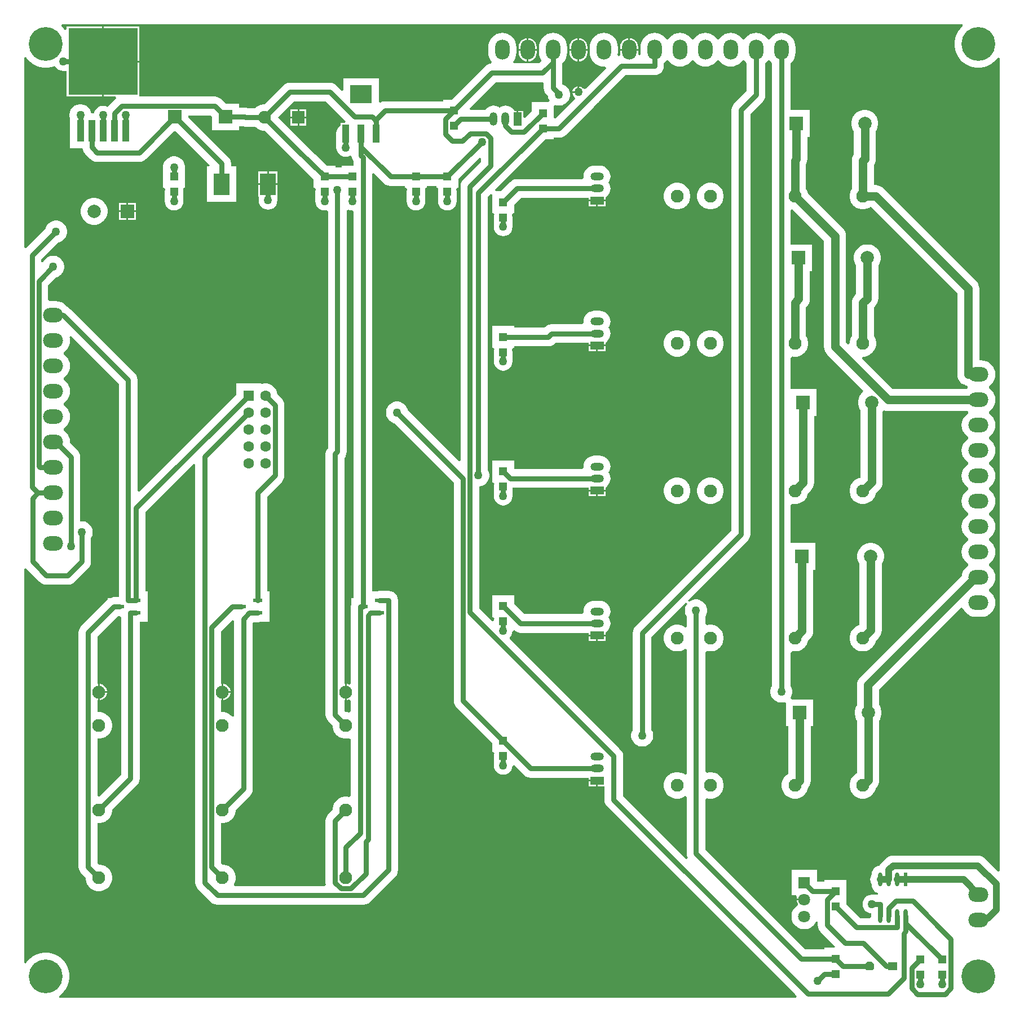
<source format=gtl>
G04*
G04 #@! TF.GenerationSoftware,Altium Limited,Altium Designer,22.3.1 (43)*
G04*
G04 Layer_Physical_Order=1*
G04 Layer_Color=255*
%FSLAX25Y25*%
%MOIN*%
G70*
G04*
G04 #@! TF.SameCoordinates,ABD3340E-3DDB-4FBE-A437-06F7E2321E34*
G04*
G04*
G04 #@! TF.FilePolarity,Positive*
G04*
G01*
G75*
%ADD20R,0.05000X0.05000*%
%ADD21R,0.04134X0.12598*%
%ADD22R,0.41142X0.39370*%
%ADD23O,0.02362X0.08268*%
%ADD24R,0.02362X0.08268*%
%ADD25R,0.12992X0.10630*%
%ADD26R,0.03937X0.10630*%
%ADD27R,0.05512X0.02362*%
%ADD28R,0.07874X0.07874*%
G04:AMPARAMS|DCode=29|XSize=55mil|YSize=50mil|CornerRadius=0mil|HoleSize=0mil|Usage=FLASHONLY|Rotation=180.000|XOffset=0mil|YOffset=0mil|HoleType=Round|Shape=Octagon|*
%AMOCTAGOND29*
4,1,8,-0.02750,0.01250,-0.02750,-0.01250,-0.01500,-0.02500,0.01500,-0.02500,0.02750,-0.01250,0.02750,0.01250,0.01500,0.02500,-0.01500,0.02500,-0.02750,0.01250,0.0*
%
%ADD29OCTAGOND29*%

%ADD30R,0.05500X0.05000*%
%ADD31R,0.09449X0.12992*%
%ADD61C,0.03000*%
%ADD62C,0.05000*%
%ADD63C,0.04000*%
%ADD64R,0.07480X0.07480*%
%ADD65C,0.07480*%
%ADD66O,0.07874X0.04724*%
%ADD67R,0.07874X0.04724*%
%ADD68C,0.07087*%
%ADD69R,0.07087X0.07087*%
%ADD70C,0.07677*%
%ADD71C,0.06299*%
%ADD72R,0.06299X0.06299*%
%ADD73O,0.11811X0.08661*%
%ADD74C,0.20000*%
%ADD75O,0.04724X0.07874*%
%ADD76R,0.04724X0.07874*%
%ADD77O,0.08661X0.11811*%
%ADD78R,0.07874X0.07874*%
%ADD79C,0.07874*%
%ADD80C,0.05000*%
G36*
X432540Y561274D02*
X433581Y560006D01*
X433953Y559701D01*
Y543098D01*
X426677Y535823D01*
X425796Y534674D01*
X425241Y533336D01*
X425052Y531900D01*
Y283298D01*
X368277Y226523D01*
X367396Y225374D01*
X366841Y224036D01*
X366652Y222600D01*
Y165398D01*
X366440Y165079D01*
X365950Y163896D01*
X365700Y162641D01*
Y161360D01*
X365950Y160104D01*
X366440Y158922D01*
X367151Y157857D01*
X368056Y156951D01*
X369121Y156240D01*
X370304Y155750D01*
X371560Y155500D01*
X372840D01*
X374096Y155750D01*
X375279Y156240D01*
X376343Y156951D01*
X377249Y157857D01*
X377960Y158922D01*
X378450Y160104D01*
X378700Y161360D01*
Y162641D01*
X378450Y163896D01*
X377960Y165079D01*
X377747Y165398D01*
Y220303D01*
X398070Y240625D01*
X398846Y239987D01*
X398240Y239079D01*
X397750Y237896D01*
X397500Y236641D01*
Y235360D01*
X397750Y234104D01*
X398240Y232922D01*
X398452Y232603D01*
Y226417D01*
X397452Y225953D01*
X396528Y226571D01*
X395101Y227162D01*
X393587Y227463D01*
X392043D01*
X390528Y227162D01*
X389102Y226571D01*
X387818Y225713D01*
X386726Y224622D01*
X385868Y223338D01*
X385277Y221911D01*
X384976Y220397D01*
Y218853D01*
X385277Y217338D01*
X385868Y215912D01*
X386726Y214628D01*
X387818Y213536D01*
X389102Y212678D01*
X390528Y212087D01*
X392043Y211786D01*
X393587D01*
X395101Y212087D01*
X396528Y212678D01*
X397452Y213296D01*
X398452Y212832D01*
Y139292D01*
X397452Y138828D01*
X396528Y139446D01*
X395101Y140037D01*
X393587Y140338D01*
X392043D01*
X390528Y140037D01*
X389102Y139446D01*
X387818Y138588D01*
X386726Y137497D01*
X385868Y136213D01*
X385277Y134786D01*
X384976Y133272D01*
Y131728D01*
X385277Y130213D01*
X385868Y128787D01*
X386726Y127503D01*
X387818Y126411D01*
X389102Y125553D01*
X390528Y124962D01*
X392043Y124661D01*
X393587D01*
X395101Y124962D01*
X396528Y125553D01*
X397452Y126171D01*
X398452Y125707D01*
Y92289D01*
X398641Y90854D01*
X399196Y89516D01*
X398389Y88957D01*
X360947Y126398D01*
Y149800D01*
X360758Y151236D01*
X360204Y152574D01*
X359322Y153723D01*
X359322Y153723D01*
X293894Y219152D01*
X293954Y220077D01*
X294836Y221226D01*
X295390Y222564D01*
X295543Y223729D01*
X295941Y224020D01*
X296083Y224080D01*
X296579Y224158D01*
X297508Y223446D01*
X298846Y222891D01*
X300282Y222703D01*
X300282Y222703D01*
X340563D01*
Y221663D01*
X345500D01*
X350437D01*
Y222833D01*
X350626Y222934D01*
X351595Y223729D01*
X352390Y224698D01*
X352981Y225803D01*
X353344Y227003D01*
X353467Y228250D01*
X353344Y229497D01*
X352981Y230697D01*
X352395Y231793D01*
X352981Y232890D01*
X353344Y234089D01*
X353467Y235337D01*
X353344Y236584D01*
X352981Y237783D01*
X352390Y238888D01*
X351595Y239857D01*
X350626Y240652D01*
X349521Y241243D01*
X348322Y241607D01*
X347074Y241730D01*
X343925D01*
X342678Y241607D01*
X341478Y241243D01*
X340373Y240652D01*
X339404Y239857D01*
X338609Y238888D01*
X338018Y237783D01*
X337655Y236584D01*
X337532Y235337D01*
X337585Y234797D01*
X336763Y233797D01*
X302579D01*
X296532Y239845D01*
Y245000D01*
X283532D01*
Y232000D01*
X284214D01*
X284770Y231169D01*
X284673Y230936D01*
X284540Y229920D01*
X283521Y229524D01*
X275847Y237198D01*
Y309300D01*
X275940D01*
X277196Y309550D01*
X278379Y310040D01*
X279443Y310752D01*
X280349Y311657D01*
X281060Y312721D01*
X281550Y313904D01*
X281800Y315160D01*
Y316441D01*
X281550Y317696D01*
X281060Y318879D01*
X280847Y319198D01*
Y480502D01*
X282608Y482262D01*
X283532Y481880D01*
Y470875D01*
X284214D01*
X284770Y470044D01*
X284673Y469811D01*
X284484Y468375D01*
Y462875D01*
X284673Y461439D01*
X285227Y460101D01*
X286109Y458952D01*
X287258Y458071D01*
X288596Y457516D01*
X290032Y457328D01*
X291467Y457516D01*
X292805Y458071D01*
X293954Y458952D01*
X294836Y460101D01*
X295390Y461439D01*
X295579Y462875D01*
Y468375D01*
X295390Y469811D01*
X295294Y470044D01*
X295849Y470875D01*
X296532D01*
Y476030D01*
X300454Y479952D01*
X340563D01*
Y478913D01*
X345500D01*
X350437D01*
Y480083D01*
X350626Y480184D01*
X351595Y480979D01*
X352390Y481948D01*
X352981Y483053D01*
X353344Y484253D01*
X353467Y485500D01*
X353344Y486747D01*
X352981Y487947D01*
X352395Y489043D01*
X352981Y490140D01*
X353344Y491339D01*
X353467Y492587D01*
X353344Y493834D01*
X352981Y495033D01*
X352390Y496138D01*
X351595Y497107D01*
X350626Y497902D01*
X349521Y498493D01*
X348322Y498857D01*
X347074Y498980D01*
X343925D01*
X342678Y498857D01*
X341478Y498493D01*
X340373Y497902D01*
X339404Y497107D01*
X338609Y496138D01*
X338018Y495033D01*
X337655Y493834D01*
X337532Y492587D01*
X337585Y492047D01*
X336763Y491047D01*
X298157D01*
X298157Y491047D01*
X296721Y490858D01*
X295383Y490304D01*
X294234Y489423D01*
X294234Y489423D01*
X288686Y483875D01*
X285527D01*
X285144Y484799D01*
X314845Y514500D01*
X320000D01*
Y515452D01*
X323000D01*
X324436Y515641D01*
X325774Y516196D01*
X326923Y517077D01*
X343423Y533577D01*
X343423Y533577D01*
X343657Y533883D01*
X346117Y536343D01*
X346423Y536577D01*
X362298Y552453D01*
X379500D01*
X380936Y552642D01*
X382274Y553196D01*
X383423Y554078D01*
X384304Y555227D01*
X384858Y556565D01*
X385047Y558000D01*
Y559701D01*
X385419Y560006D01*
X386460Y561274D01*
X386500Y561349D01*
X387500D01*
X387540Y561274D01*
X388581Y560006D01*
X389849Y558965D01*
X391297Y558191D01*
X392867Y557715D01*
X394500Y557554D01*
X396133Y557715D01*
X397703Y558191D01*
X399151Y558965D01*
X400419Y560006D01*
X401460Y561274D01*
X401500Y561349D01*
X402500D01*
X402540Y561274D01*
X403581Y560006D01*
X404849Y558965D01*
X406296Y558191D01*
X407867Y557715D01*
X409500Y557554D01*
X411133Y557715D01*
X412703Y558191D01*
X414151Y558965D01*
X415419Y560006D01*
X416460Y561274D01*
X416500Y561349D01*
X417500D01*
X417540Y561274D01*
X418581Y560006D01*
X419849Y558965D01*
X421297Y558191D01*
X422867Y557715D01*
X424500Y557554D01*
X426133Y557715D01*
X427703Y558191D01*
X429151Y558965D01*
X430419Y560006D01*
X431460Y561274D01*
X431500Y561349D01*
X432500D01*
X432540Y561274D01*
D02*
G37*
G36*
X313952Y547869D02*
Y545041D01*
X314142Y543605D01*
X314696Y542268D01*
X315577Y541119D01*
X316541Y540155D01*
X316750Y539104D01*
X317240Y537921D01*
X317521Y537500D01*
X316987Y536500D01*
X307000D01*
Y531345D01*
X302786Y527131D01*
X301862Y527514D01*
Y531437D01*
X299000D01*
Y526500D01*
X298000D01*
Y531437D01*
X296830D01*
X296729Y531627D01*
X295934Y532595D01*
X294965Y533390D01*
X293860Y533981D01*
X292661Y534345D01*
X291413Y534468D01*
X290166Y534345D01*
X288967Y533981D01*
X287870Y533395D01*
X286773Y533981D01*
X285574Y534345D01*
X284327Y534468D01*
X283080Y534345D01*
X281880Y533981D01*
X280775Y533390D01*
X279806Y532595D01*
X279357Y532047D01*
X270699D01*
X270317Y532971D01*
X285698Y548353D01*
X313400D01*
X313952Y547869D01*
D02*
G37*
G36*
X197001Y525254D02*
X196618Y524331D01*
X193976D01*
Y522670D01*
X193022Y521938D01*
X192141Y520789D01*
X191586Y519451D01*
X191397Y518016D01*
Y509701D01*
X191586Y508265D01*
X192141Y506927D01*
X193022Y505778D01*
X194171Y504896D01*
X195509Y504342D01*
X196945Y504153D01*
X198381Y504342D01*
X199467Y504792D01*
X200228Y504502D01*
X200536Y504263D01*
X200642Y503464D01*
X201196Y502126D01*
X201552Y501662D01*
Y499000D01*
X194500D01*
Y498047D01*
X191000D01*
Y499000D01*
X185767D01*
X171692Y512653D01*
X156845Y527500D01*
X166298Y536953D01*
X185302D01*
X197001Y525254D01*
D02*
G37*
G36*
X277052Y503401D02*
Y501298D01*
X266377Y490623D01*
X265496Y489474D01*
X264941Y488136D01*
X264752Y486700D01*
Y324700D01*
X263828Y324317D01*
X233625Y354520D01*
X233550Y354896D01*
X233060Y356079D01*
X232349Y357143D01*
X231444Y358049D01*
X230379Y358760D01*
X229196Y359250D01*
X227940Y359500D01*
X226660D01*
X225404Y359250D01*
X224221Y358760D01*
X223157Y358049D01*
X222251Y357143D01*
X221540Y356079D01*
X221050Y354896D01*
X220800Y353640D01*
Y352360D01*
X221050Y351104D01*
X221540Y349921D01*
X222251Y348856D01*
X223157Y347951D01*
X224221Y347240D01*
X225404Y346750D01*
X225780Y346675D01*
X260752Y311702D01*
Y182607D01*
X260941Y181171D01*
X261496Y179833D01*
X262377Y178684D01*
X283532Y157530D01*
Y152375D01*
X284214D01*
X284770Y151543D01*
X284673Y151311D01*
X284484Y149875D01*
Y144375D01*
X284673Y142939D01*
X285227Y141601D01*
X286109Y140452D01*
X287258Y139571D01*
X288596Y139016D01*
X290032Y138828D01*
X291467Y139016D01*
X292805Y139571D01*
X293954Y140452D01*
X294836Y141601D01*
X295390Y142939D01*
X295543Y144104D01*
X296480Y144581D01*
X302484Y138577D01*
X302484Y138577D01*
X303633Y137696D01*
X304971Y137142D01*
X306407Y136952D01*
X306407Y136952D01*
X340563D01*
Y135913D01*
X345500D01*
Y135413D01*
X346000D01*
Y132051D01*
X349852D01*
Y124100D01*
X350041Y122665D01*
X350596Y121327D01*
X351477Y120178D01*
X463731Y7924D01*
X463348Y7000D01*
X27745D01*
X27420Y8000D01*
X28805Y9006D01*
X30364Y10565D01*
X31659Y12347D01*
X32659Y14311D01*
X33340Y16407D01*
X33685Y18583D01*
Y20787D01*
X33340Y22963D01*
X32659Y25059D01*
X31659Y27023D01*
X30364Y28805D01*
X28805Y30364D01*
X27023Y31659D01*
X25059Y32659D01*
X22963Y33340D01*
X20787Y33685D01*
X18583D01*
X16407Y33340D01*
X14311Y32659D01*
X12347Y31659D01*
X10565Y30364D01*
X9006Y28805D01*
X8000Y27420D01*
X7000Y27745D01*
Y260680D01*
X7007Y260682D01*
X8000Y260855D01*
X16077Y252778D01*
X17226Y251896D01*
X18564Y251342D01*
X20000Y251153D01*
X32700D01*
X34136Y251342D01*
X35473Y251896D01*
X36622Y252778D01*
X44793Y260949D01*
X44793Y260949D01*
X45675Y262098D01*
X46229Y263436D01*
X46418Y264871D01*
X46418Y264871D01*
Y278803D01*
X46631Y279121D01*
X47121Y280304D01*
X47371Y281560D01*
Y282841D01*
X47121Y284096D01*
X46631Y285279D01*
X45920Y286344D01*
X45014Y287249D01*
X43950Y287961D01*
X42767Y288451D01*
X41511Y288700D01*
X40231D01*
X40047Y288851D01*
Y326575D01*
X39858Y328011D01*
X39304Y329348D01*
X38423Y330497D01*
X38423Y330497D01*
X33899Y335021D01*
X33946Y335500D01*
X33785Y337133D01*
X33309Y338703D01*
X32535Y340151D01*
X31494Y341419D01*
X30226Y342460D01*
X30151Y342500D01*
Y343500D01*
X30226Y343540D01*
X31494Y344581D01*
X32535Y345849D01*
X33309Y347297D01*
X33785Y348867D01*
X33946Y350500D01*
X33785Y352133D01*
X33309Y353703D01*
X32535Y355151D01*
X31494Y356419D01*
X30226Y357460D01*
X30151Y357500D01*
Y358500D01*
X30226Y358540D01*
X31494Y359581D01*
X32535Y360849D01*
X33309Y362297D01*
X33785Y363867D01*
X33946Y365500D01*
X33785Y367133D01*
X33309Y368703D01*
X32535Y370151D01*
X31494Y371419D01*
X30226Y372460D01*
X30151Y372500D01*
Y373500D01*
X30226Y373540D01*
X31494Y374581D01*
X32535Y375849D01*
X33309Y377296D01*
X33785Y378867D01*
X33946Y380500D01*
X33785Y382133D01*
X33309Y383703D01*
X32535Y385151D01*
X31494Y386419D01*
X30226Y387460D01*
X30151Y387500D01*
Y388500D01*
X30226Y388540D01*
X31494Y389581D01*
X32535Y390849D01*
X33309Y392297D01*
X33785Y393867D01*
X33946Y395500D01*
X33785Y397133D01*
X33645Y397596D01*
X34529Y398126D01*
X62753Y369901D01*
Y243808D01*
X60000D01*
X60000Y243808D01*
X58564Y243619D01*
X58136Y243441D01*
X56347D01*
Y242390D01*
X56077Y242183D01*
X40677Y226783D01*
X39796Y225634D01*
X39241Y224296D01*
X39052Y222860D01*
Y84243D01*
X39241Y82807D01*
X39796Y81469D01*
X40677Y80321D01*
X43161Y77836D01*
Y77071D01*
X43463Y75556D01*
X44054Y74130D01*
X44911Y72846D01*
X46003Y71754D01*
X47287Y70897D01*
X48714Y70306D01*
X50228Y70004D01*
X51772D01*
X53286Y70306D01*
X54713Y70897D01*
X55997Y71754D01*
X57089Y72846D01*
X57946Y74130D01*
X58537Y75556D01*
X58839Y77071D01*
Y78615D01*
X58537Y80129D01*
X57946Y81556D01*
X57089Y82840D01*
X55997Y83932D01*
X54713Y84789D01*
X53286Y85380D01*
X51772Y85682D01*
X51007D01*
X50147Y86541D01*
Y110096D01*
X50228Y110162D01*
X51772D01*
X53286Y110463D01*
X54713Y111054D01*
X55997Y111912D01*
X57089Y113004D01*
X57946Y114287D01*
X58537Y115714D01*
X58839Y117228D01*
Y117994D01*
X73622Y132778D01*
X74504Y133926D01*
X75058Y135264D01*
X75247Y136700D01*
Y229339D01*
X79756D01*
Y236819D01*
Y247181D01*
X78548D01*
Y294202D01*
X107128Y322783D01*
X108052Y322400D01*
Y75000D01*
X108241Y73565D01*
X108796Y72227D01*
X109677Y71078D01*
X117173Y63582D01*
X117173Y63582D01*
X118322Y62700D01*
X119660Y62146D01*
X121096Y61957D01*
X207339D01*
X208774Y62146D01*
X210112Y62700D01*
X211261Y63582D01*
X226222Y78543D01*
X227104Y79692D01*
X227658Y81030D01*
X227847Y82466D01*
Y242000D01*
X227658Y243436D01*
X227104Y244774D01*
X226222Y245922D01*
X225074Y246804D01*
X223736Y247358D01*
X222300Y247547D01*
X217000D01*
X215564Y247358D01*
X215136Y247181D01*
X212647D01*
Y494201D01*
X213571Y494584D01*
X219578Y488577D01*
X219578Y488577D01*
X220727Y487696D01*
X222065Y487142D01*
X223500Y486952D01*
X232000D01*
Y486000D01*
X232682D01*
X233238Y485169D01*
X233142Y484936D01*
X232952Y483500D01*
Y478000D01*
X233142Y476564D01*
X233696Y475226D01*
X234577Y474077D01*
X235726Y473196D01*
X237064Y472642D01*
X238500Y472452D01*
X239936Y472642D01*
X241274Y473196D01*
X242423Y474077D01*
X243304Y475226D01*
X243858Y476564D01*
X244047Y478000D01*
Y483500D01*
X243858Y484936D01*
X243762Y485169D01*
X244318Y486000D01*
X245000D01*
Y486952D01*
X250500D01*
Y486000D01*
X251182D01*
X251738Y485169D01*
X251642Y484936D01*
X251452Y483500D01*
Y478000D01*
X251642Y476564D01*
X252196Y475226D01*
X253077Y474077D01*
X254226Y473196D01*
X255564Y472642D01*
X257000Y472452D01*
X258436Y472642D01*
X259774Y473196D01*
X260923Y474077D01*
X261804Y475226D01*
X262358Y476564D01*
X262547Y478000D01*
Y483500D01*
X262358Y484936D01*
X262262Y485169D01*
X262818Y486000D01*
X263500D01*
Y491155D01*
X276129Y503783D01*
X277052Y503401D01*
D02*
G37*
G36*
X561685Y581754D02*
X561701Y581500D01*
X560188Y579987D01*
X558892Y578204D01*
X557892Y576240D01*
X557211Y574145D01*
X556866Y571968D01*
Y569764D01*
X557211Y567588D01*
X557892Y565492D01*
X558892Y563529D01*
X560188Y561746D01*
X561746Y560188D01*
X563529Y558892D01*
X565492Y557892D01*
X567588Y557211D01*
X569764Y556866D01*
X571968D01*
X574145Y557211D01*
X576240Y557892D01*
X578204Y558892D01*
X579987Y560188D01*
X581545Y561746D01*
X582500Y563061D01*
X583500Y562736D01*
Y82033D01*
X582576Y81650D01*
X574963Y89264D01*
X574049Y90013D01*
X573007Y90571D01*
X571876Y90914D01*
X570700Y91030D01*
X520500D01*
X520500Y91030D01*
X519324Y90914D01*
X518193Y90571D01*
X517151Y90013D01*
X516237Y89264D01*
X513737Y86764D01*
X512987Y85850D01*
X512500Y84940D01*
X511648Y84827D01*
X510387Y84305D01*
X509305Y83475D01*
X508474Y82392D01*
X507952Y81132D01*
X507774Y79779D01*
Y79778D01*
X507430Y79134D01*
X507087Y78003D01*
X506971Y76827D01*
X507087Y75651D01*
X507430Y74520D01*
X507774Y73875D01*
Y73874D01*
X507952Y72522D01*
X508474Y71261D01*
X509305Y70179D01*
X510387Y69348D01*
X511647Y68826D01*
X511483Y67855D01*
X508000D01*
X506564Y67666D01*
X505226Y67111D01*
X504077Y66230D01*
X503196Y65081D01*
X502642Y63743D01*
X502453Y62307D01*
X502642Y60871D01*
X503196Y59533D01*
X504077Y58385D01*
X505226Y57503D01*
X506564Y56949D01*
X507452Y56832D01*
Y55173D01*
X507502Y54800D01*
X506842Y54048D01*
X501297D01*
X493000Y62345D01*
Y63500D01*
Y76500D01*
X480000D01*
Y75547D01*
X475543D01*
Y82543D01*
X460457D01*
Y67457D01*
X463141D01*
X463687Y66457D01*
X463457Y65598D01*
Y65500D01*
X468000D01*
Y64500D01*
X463457D01*
Y64402D01*
X463766Y63246D01*
X464117Y62639D01*
X464296Y62088D01*
X463857Y61304D01*
X463191Y60859D01*
X462141Y59808D01*
X461315Y58573D01*
X460747Y57200D01*
X460457Y55743D01*
Y54257D01*
X460747Y52800D01*
X461315Y51427D01*
X462141Y50191D01*
X463191Y49141D01*
X464427Y48315D01*
X465800Y47747D01*
X467257Y47457D01*
X468743D01*
X470200Y47747D01*
X471573Y48315D01*
X472809Y49141D01*
X473859Y50191D01*
X474685Y51427D01*
X474952Y52073D01*
X475952Y51874D01*
Y50000D01*
X476141Y48565D01*
X476696Y47227D01*
X477577Y46078D01*
X486231Y37424D01*
X485848Y36500D01*
X480000D01*
Y35547D01*
X468587D01*
X409547Y94587D01*
Y124296D01*
X410547Y124896D01*
X411728Y124661D01*
X413272D01*
X414786Y124962D01*
X416213Y125553D01*
X417496Y126411D01*
X418588Y127503D01*
X419446Y128787D01*
X420037Y130213D01*
X420338Y131728D01*
Y133272D01*
X420037Y134786D01*
X419446Y136213D01*
X418588Y137497D01*
X417496Y138588D01*
X416213Y139446D01*
X414786Y140037D01*
X413272Y140338D01*
X411728D01*
X410547Y140104D01*
X409547Y140703D01*
Y211421D01*
X410547Y212021D01*
X411728Y211786D01*
X413272D01*
X414786Y212087D01*
X416213Y212678D01*
X417496Y213536D01*
X418588Y214628D01*
X419446Y215912D01*
X420037Y217338D01*
X420338Y218853D01*
Y220397D01*
X420037Y221911D01*
X419446Y223338D01*
X418588Y224622D01*
X417496Y225713D01*
X416213Y226571D01*
X414786Y227162D01*
X413272Y227463D01*
X411728D01*
X410547Y227229D01*
X409547Y227828D01*
Y232603D01*
X409760Y232922D01*
X410250Y234104D01*
X410500Y235360D01*
Y236641D01*
X410250Y237896D01*
X409760Y239079D01*
X409049Y240144D01*
X408143Y241049D01*
X407079Y241761D01*
X405896Y242251D01*
X404640Y242500D01*
X403360D01*
X402104Y242251D01*
X400921Y241761D01*
X400013Y241154D01*
X399375Y241931D01*
X434522Y277078D01*
X435404Y278227D01*
X435958Y279565D01*
X436147Y281000D01*
Y529602D01*
X443423Y536878D01*
X443423Y536878D01*
X444304Y538027D01*
X444858Y539365D01*
X445048Y540801D01*
Y559701D01*
X445419Y560006D01*
X446460Y561274D01*
X446500Y561349D01*
X447500D01*
X447540Y561274D01*
X448581Y560006D01*
X448952Y559701D01*
Y191398D01*
X448740Y191079D01*
X448250Y189897D01*
X448000Y188641D01*
Y187360D01*
X448250Y186105D01*
X448740Y184922D01*
X449451Y183857D01*
X450356Y182952D01*
X451421Y182240D01*
X452604Y181750D01*
X453860Y181501D01*
X455140D01*
X456287Y181729D01*
X456652Y181644D01*
X457287Y181220D01*
Y167563D01*
X458693D01*
Y139384D01*
X457503Y138588D01*
X456411Y137497D01*
X455553Y136213D01*
X454962Y134786D01*
X454661Y133272D01*
Y131728D01*
X454962Y130213D01*
X455553Y128787D01*
X456411Y127503D01*
X457503Y126411D01*
X458787Y125553D01*
X460213Y124962D01*
X461728Y124661D01*
X463272D01*
X464786Y124962D01*
X466213Y125553D01*
X467496Y126411D01*
X468588Y127503D01*
X469446Y128787D01*
X470037Y130213D01*
X470202Y131044D01*
X470655Y131596D01*
X471259Y132725D01*
X471630Y133950D01*
X471756Y135225D01*
Y167563D01*
X473161D01*
Y183437D01*
X460471D01*
X459936Y184437D01*
X460260Y184922D01*
X460750Y186105D01*
X461000Y187360D01*
Y188641D01*
X460750Y189897D01*
X460260Y191079D01*
X460047Y191398D01*
Y211101D01*
X461048Y211922D01*
X461728Y211786D01*
X463272D01*
X464786Y212087D01*
X466213Y212678D01*
X467496Y213536D01*
X468588Y214628D01*
X469446Y215912D01*
X470037Y217338D01*
X470183Y218071D01*
X471343Y219231D01*
X472155Y220221D01*
X472759Y221350D01*
X473130Y222575D01*
X473256Y223850D01*
Y260063D01*
X474661D01*
Y275937D01*
X460047D01*
Y298226D01*
X461048Y299047D01*
X461728Y298911D01*
X463272D01*
X464786Y299213D01*
X466213Y299803D01*
X467496Y300661D01*
X468588Y301753D01*
X469446Y303037D01*
X470037Y304464D01*
X470183Y305196D01*
X471843Y306856D01*
X472655Y307846D01*
X473259Y308975D01*
X473630Y310201D01*
X473756Y311475D01*
Y351063D01*
X475161D01*
Y366937D01*
X460047D01*
Y385351D01*
X461048Y386172D01*
X461728Y386036D01*
X463272D01*
X464786Y386338D01*
X466213Y386929D01*
X467496Y387786D01*
X468588Y388878D01*
X469446Y390162D01*
X470037Y391588D01*
X470338Y393103D01*
Y394647D01*
X470037Y396161D01*
X469446Y397588D01*
X469031Y398209D01*
Y415295D01*
X469343Y415607D01*
X470155Y416597D01*
X470759Y417726D01*
X471130Y418951D01*
X471256Y420225D01*
Y436563D01*
X472661D01*
Y452437D01*
X460047D01*
Y472476D01*
X460799Y473179D01*
X461048Y473215D01*
X479668Y454594D01*
Y391800D01*
X479794Y390526D01*
X480165Y389301D01*
X480769Y388172D01*
X481581Y387182D01*
X502795Y365968D01*
X502716Y365165D01*
X501611Y364059D01*
X500742Y362759D01*
X500144Y361315D01*
X499839Y359782D01*
Y358218D01*
X500144Y356685D01*
X500742Y355240D01*
X501244Y354489D01*
Y314574D01*
X501103Y314433D01*
X500371Y314287D01*
X498944Y313696D01*
X497660Y312839D01*
X496568Y311747D01*
X495711Y310463D01*
X495120Y309036D01*
X494818Y307522D01*
Y305978D01*
X495120Y304464D01*
X495711Y303037D01*
X496568Y301753D01*
X497660Y300661D01*
X498944Y299803D01*
X500371Y299213D01*
X501885Y298911D01*
X503429D01*
X504943Y299213D01*
X506370Y299803D01*
X507654Y300661D01*
X508746Y301753D01*
X509603Y303037D01*
X510194Y304464D01*
X510340Y305196D01*
X512394Y307250D01*
X513206Y308240D01*
X513810Y309369D01*
X514182Y310594D01*
X514307Y311869D01*
Y353703D01*
X514549Y353969D01*
X515307Y354373D01*
X516226Y354094D01*
X517500Y353969D01*
X564252D01*
X564775Y353540D01*
X564849Y353500D01*
Y352500D01*
X564775Y352460D01*
X563506Y351419D01*
X562465Y350151D01*
X561691Y348703D01*
X561215Y347133D01*
X561054Y345500D01*
X561215Y343867D01*
X561691Y342297D01*
X562465Y340849D01*
X563506Y339581D01*
X564775Y338540D01*
X564849Y338500D01*
Y337500D01*
X564775Y337460D01*
X563506Y336419D01*
X562465Y335151D01*
X561691Y333703D01*
X561215Y332133D01*
X561054Y330500D01*
X561215Y328867D01*
X561691Y327296D01*
X562465Y325849D01*
X563506Y324581D01*
X564775Y323540D01*
X564849Y323500D01*
Y322500D01*
X564775Y322460D01*
X563506Y321419D01*
X562465Y320151D01*
X561691Y318703D01*
X561215Y317133D01*
X561054Y315500D01*
X561215Y313867D01*
X561691Y312297D01*
X562465Y310849D01*
X563506Y309581D01*
X564775Y308540D01*
X564849Y308500D01*
Y307500D01*
X564775Y307460D01*
X563506Y306419D01*
X562465Y305151D01*
X561691Y303703D01*
X561215Y302133D01*
X561054Y300500D01*
X561215Y298867D01*
X561691Y297297D01*
X562465Y295849D01*
X563506Y294581D01*
X564775Y293540D01*
X564849Y293500D01*
Y292500D01*
X564775Y292460D01*
X563506Y291419D01*
X562465Y290151D01*
X561691Y288703D01*
X561215Y287133D01*
X561054Y285500D01*
X561215Y283867D01*
X561691Y282296D01*
X562465Y280849D01*
X563506Y279581D01*
X564775Y278540D01*
X564849Y278500D01*
Y277500D01*
X564775Y277460D01*
X563506Y276419D01*
X562465Y275151D01*
X561691Y273703D01*
X561215Y272133D01*
X561054Y270500D01*
X561215Y268867D01*
X561691Y267297D01*
X562465Y265849D01*
X563506Y264581D01*
X564775Y263540D01*
X564849Y263500D01*
Y262500D01*
X564775Y262460D01*
X563506Y261419D01*
X562465Y260151D01*
X561691Y258703D01*
X561215Y257133D01*
X561152Y256489D01*
X501081Y196418D01*
X500269Y195429D01*
X499665Y194299D01*
X499294Y193074D01*
X499168Y191800D01*
Y179898D01*
X498742Y179260D01*
X498144Y177815D01*
X497839Y176282D01*
Y174718D01*
X498144Y173185D01*
X498742Y171740D01*
X499244Y170989D01*
Y139570D01*
X498944Y139446D01*
X497660Y138588D01*
X496569Y137497D01*
X495711Y136213D01*
X495120Y134786D01*
X494819Y133272D01*
Y131728D01*
X495120Y130213D01*
X495711Y128787D01*
X496569Y127503D01*
X497660Y126411D01*
X498944Y125553D01*
X500371Y124962D01*
X501885Y124661D01*
X503429D01*
X504944Y124962D01*
X506370Y125553D01*
X507654Y126411D01*
X508746Y127503D01*
X509604Y128787D01*
X510194Y130213D01*
X510340Y130946D01*
X510394Y131000D01*
X511206Y131990D01*
X511810Y133119D01*
X512182Y134344D01*
X512307Y135618D01*
Y170989D01*
X512809Y171740D01*
X513408Y173185D01*
X513713Y174718D01*
Y176282D01*
X513408Y177815D01*
X512809Y179260D01*
X512231Y180125D01*
Y189095D01*
X560711Y237574D01*
X561202Y237451D01*
X561746Y237195D01*
X562465Y235849D01*
X563506Y234581D01*
X564775Y233540D01*
X566222Y232766D01*
X567792Y232290D01*
X569425Y232129D01*
X572575D01*
X574208Y232290D01*
X575778Y232766D01*
X577225Y233540D01*
X578494Y234581D01*
X579535Y235849D01*
X580309Y237297D01*
X580785Y238867D01*
X580946Y240500D01*
X580785Y242133D01*
X580309Y243703D01*
X579535Y245151D01*
X578494Y246419D01*
X577225Y247460D01*
X577151Y247500D01*
Y248500D01*
X577225Y248540D01*
X578494Y249581D01*
X579535Y250849D01*
X580309Y252296D01*
X580785Y253867D01*
X580946Y255500D01*
X580785Y257133D01*
X580309Y258703D01*
X579535Y260151D01*
X578494Y261419D01*
X577225Y262460D01*
X577151Y262500D01*
Y263500D01*
X577225Y263540D01*
X578494Y264581D01*
X579535Y265849D01*
X580309Y267297D01*
X580785Y268867D01*
X580946Y270500D01*
X580785Y272133D01*
X580309Y273703D01*
X579535Y275151D01*
X578494Y276419D01*
X577225Y277460D01*
X577151Y277500D01*
Y278500D01*
X577225Y278540D01*
X578494Y279581D01*
X579535Y280849D01*
X580309Y282296D01*
X580785Y283867D01*
X580946Y285500D01*
X580785Y287133D01*
X580309Y288703D01*
X579535Y290151D01*
X578494Y291419D01*
X577225Y292460D01*
X577151Y292500D01*
Y293500D01*
X577225Y293540D01*
X578494Y294581D01*
X579535Y295849D01*
X580309Y297297D01*
X580785Y298867D01*
X580946Y300500D01*
X580785Y302133D01*
X580309Y303703D01*
X579535Y305151D01*
X578494Y306419D01*
X577225Y307460D01*
X577151Y307500D01*
Y308500D01*
X577225Y308540D01*
X578494Y309581D01*
X579535Y310849D01*
X580309Y312297D01*
X580785Y313867D01*
X580946Y315500D01*
X580785Y317133D01*
X580309Y318703D01*
X579535Y320151D01*
X578494Y321419D01*
X577225Y322460D01*
X577151Y322500D01*
Y323500D01*
X577225Y323540D01*
X578494Y324581D01*
X579535Y325849D01*
X580309Y327296D01*
X580785Y328867D01*
X580946Y330500D01*
X580785Y332133D01*
X580309Y333703D01*
X579535Y335151D01*
X578494Y336419D01*
X577225Y337460D01*
X577151Y337500D01*
Y338500D01*
X577225Y338540D01*
X578494Y339581D01*
X579535Y340849D01*
X580309Y342297D01*
X580785Y343867D01*
X580946Y345500D01*
X580785Y347133D01*
X580309Y348703D01*
X579535Y350151D01*
X578494Y351419D01*
X577225Y352460D01*
X577151Y352500D01*
Y353500D01*
X577225Y353540D01*
X578494Y354581D01*
X579535Y355849D01*
X580309Y357296D01*
X580785Y358867D01*
X580946Y360500D01*
X580785Y362133D01*
X580309Y363703D01*
X579535Y365151D01*
X578494Y366419D01*
X577225Y367460D01*
X577151Y367500D01*
Y368500D01*
X577225Y368540D01*
X578494Y369581D01*
X579535Y370849D01*
X580309Y372297D01*
X580785Y373867D01*
X580946Y375500D01*
X580785Y377133D01*
X580309Y378703D01*
X579535Y380151D01*
X578494Y381419D01*
X577225Y382460D01*
X575778Y383234D01*
X574208Y383710D01*
X572575Y383871D01*
X571531D01*
Y426200D01*
X571406Y427475D01*
X571034Y428700D01*
X570431Y429829D01*
X569618Y430819D01*
X514819Y485618D01*
X513829Y486431D01*
X512700Y487034D01*
X511474Y487406D01*
X510200Y487531D01*
X509188D01*
Y499368D01*
X509206Y499390D01*
X509810Y500520D01*
X510182Y501745D01*
X510307Y503019D01*
Y519489D01*
X510809Y520240D01*
X511408Y521685D01*
X511713Y523218D01*
Y524782D01*
X511408Y526315D01*
X510809Y527760D01*
X509941Y529060D01*
X508835Y530165D01*
X507535Y531034D01*
X506091Y531632D01*
X504557Y531937D01*
X502994D01*
X501461Y531632D01*
X500016Y531034D01*
X498716Y530165D01*
X497611Y529060D01*
X496742Y527760D01*
X496144Y526315D01*
X495839Y524782D01*
Y523218D01*
X496144Y521685D01*
X496742Y520240D01*
X497244Y519489D01*
Y505551D01*
X497226Y505529D01*
X496623Y504400D01*
X496251Y503175D01*
X496126Y501900D01*
Y485334D01*
X495711Y484713D01*
X495120Y483286D01*
X494818Y481772D01*
Y480228D01*
X495120Y478714D01*
X495711Y477287D01*
X496568Y476003D01*
X497660Y474911D01*
X498944Y474053D01*
X500371Y473463D01*
X501885Y473161D01*
X503429D01*
X504943Y473463D01*
X506370Y474053D01*
X506991Y474469D01*
X507495D01*
X558468Y423495D01*
Y375500D01*
X558594Y374226D01*
X558965Y373001D01*
X559569Y371871D01*
X560381Y370882D01*
X561371Y370069D01*
X562500Y369466D01*
X563726Y369094D01*
X564150Y369052D01*
X564605Y368679D01*
X564657Y367690D01*
X564643Y367592D01*
X564043Y367031D01*
X520206D01*
X502201Y385036D01*
X502615Y386036D01*
X503429D01*
X504943Y386338D01*
X506370Y386929D01*
X507654Y387786D01*
X508746Y388878D01*
X509603Y390162D01*
X510194Y391588D01*
X510496Y393103D01*
Y394647D01*
X510194Y396161D01*
X509603Y397588D01*
X509188Y398209D01*
Y415095D01*
X509894Y415801D01*
X510706Y416790D01*
X511310Y417919D01*
X511682Y419145D01*
X511807Y420419D01*
Y439989D01*
X512309Y440740D01*
X512908Y442185D01*
X513213Y443718D01*
Y445282D01*
X512908Y446815D01*
X512309Y448260D01*
X511441Y449559D01*
X510335Y450665D01*
X509035Y451534D01*
X507591Y452132D01*
X506057Y452437D01*
X504494D01*
X502960Y452132D01*
X501516Y451534D01*
X500216Y450665D01*
X499111Y449559D01*
X498242Y448260D01*
X497644Y446815D01*
X497339Y445282D01*
Y443718D01*
X497644Y442185D01*
X498242Y440740D01*
X498744Y439989D01*
Y423124D01*
X498039Y422419D01*
X497226Y421429D01*
X496623Y420300D01*
X496251Y419075D01*
X496126Y417800D01*
Y398209D01*
X495711Y397588D01*
X495120Y396161D01*
X494818Y394647D01*
Y393833D01*
X493818Y393419D01*
X492731Y394506D01*
Y457300D01*
X492606Y458574D01*
X492234Y459799D01*
X491631Y460928D01*
X490818Y461918D01*
X470183Y482554D01*
X470037Y483286D01*
X469446Y484713D01*
X469031Y485334D01*
Y499900D01*
X469259Y500326D01*
X469630Y501551D01*
X469756Y502825D01*
Y516063D01*
X471161D01*
Y531937D01*
X460047D01*
Y559701D01*
X460419Y560006D01*
X461460Y561274D01*
X462234Y562722D01*
X462710Y564292D01*
X462871Y565925D01*
Y569075D01*
X462710Y570708D01*
X462234Y572278D01*
X461460Y573726D01*
X460419Y574994D01*
X459151Y576035D01*
X457703Y576809D01*
X456133Y577285D01*
X454500Y577446D01*
X452867Y577285D01*
X451297Y576809D01*
X449849Y576035D01*
X448581Y574994D01*
X447540Y573726D01*
X447500Y573651D01*
X446500D01*
X446460Y573726D01*
X445419Y574994D01*
X444151Y576035D01*
X442703Y576809D01*
X441133Y577285D01*
X439500Y577446D01*
X437867Y577285D01*
X436297Y576809D01*
X434849Y576035D01*
X433581Y574994D01*
X432540Y573726D01*
X432500Y573651D01*
X431500D01*
X431460Y573726D01*
X430419Y574994D01*
X429151Y576035D01*
X427703Y576809D01*
X426133Y577285D01*
X424500Y577446D01*
X422867Y577285D01*
X421297Y576809D01*
X419849Y576035D01*
X418581Y574994D01*
X417540Y573726D01*
X417500Y573651D01*
X416500D01*
X416460Y573726D01*
X415419Y574994D01*
X414151Y576035D01*
X412703Y576809D01*
X411133Y577285D01*
X409500Y577446D01*
X407867Y577285D01*
X406296Y576809D01*
X404849Y576035D01*
X403581Y574994D01*
X402540Y573726D01*
X402500Y573651D01*
X401500D01*
X401460Y573726D01*
X400419Y574994D01*
X399151Y576035D01*
X397703Y576809D01*
X396133Y577285D01*
X394500Y577446D01*
X392867Y577285D01*
X391297Y576809D01*
X389849Y576035D01*
X388581Y574994D01*
X387540Y573726D01*
X387500Y573651D01*
X386500D01*
X386460Y573726D01*
X385419Y574994D01*
X384151Y576035D01*
X382703Y576809D01*
X381133Y577285D01*
X379500Y577446D01*
X377867Y577285D01*
X376296Y576809D01*
X374849Y576035D01*
X373581Y574994D01*
X372540Y573726D01*
X371766Y572278D01*
X371290Y570708D01*
X371129Y569075D01*
Y565925D01*
X371217Y565035D01*
X370494Y564174D01*
X370459Y564190D01*
X369765Y565077D01*
X369877Y565925D01*
Y567000D01*
X359123D01*
Y565925D01*
X359307Y564534D01*
X358685Y563694D01*
X358568Y563673D01*
X358145Y563978D01*
X357730Y564494D01*
X357871Y565925D01*
Y569075D01*
X357710Y570708D01*
X357234Y572278D01*
X356460Y573726D01*
X355419Y574994D01*
X354151Y576035D01*
X352703Y576809D01*
X351133Y577285D01*
X349500Y577446D01*
X347867Y577285D01*
X346297Y576809D01*
X344849Y576035D01*
X343581Y574994D01*
X342540Y573726D01*
X341766Y572278D01*
X341290Y570708D01*
X341129Y569075D01*
Y565925D01*
X341290Y564292D01*
X341766Y562722D01*
X342540Y561274D01*
X343581Y560006D01*
X344849Y558965D01*
X346297Y558191D01*
X347867Y557715D01*
X349500Y557554D01*
X350381Y557641D01*
X350836Y556681D01*
X338812Y544657D01*
X338562Y544465D01*
X338481Y544427D01*
X337307Y544638D01*
X337301Y544649D01*
X336649Y545301D01*
X335851Y545761D01*
X335000Y545990D01*
Y542500D01*
X334500D01*
Y542000D01*
X331011D01*
X331239Y541149D01*
X331699Y540351D01*
X332351Y539699D01*
X332407Y539667D01*
X332572Y538417D01*
X321000Y526845D01*
X320000Y527259D01*
Y534307D01*
X320831Y534863D01*
X321104Y534750D01*
X322360Y534500D01*
X323640D01*
X324896Y534750D01*
X326079Y535240D01*
X327144Y535951D01*
X328049Y536857D01*
X328760Y537921D01*
X329250Y539104D01*
X329500Y540360D01*
Y541640D01*
X329250Y542896D01*
X328760Y544079D01*
X328049Y545144D01*
X327144Y546049D01*
X326079Y546760D01*
X325306Y547080D01*
X325047Y547339D01*
Y559701D01*
X325419Y560006D01*
X326460Y561274D01*
X327234Y562722D01*
X327710Y564292D01*
X327871Y565925D01*
Y569075D01*
X327710Y570708D01*
X327234Y572278D01*
X326460Y573726D01*
X325419Y574994D01*
X324151Y576035D01*
X322703Y576809D01*
X321133Y577285D01*
X319500Y577446D01*
X317867Y577285D01*
X316297Y576809D01*
X314849Y576035D01*
X313581Y574994D01*
X312540Y573726D01*
X311766Y572278D01*
X311290Y570708D01*
X311129Y569075D01*
Y565925D01*
X311290Y564292D01*
X311766Y562722D01*
X312540Y561274D01*
X312715Y561061D01*
X311102Y559448D01*
X296255D01*
X295782Y560448D01*
X296460Y561274D01*
X297234Y562722D01*
X297710Y564292D01*
X297871Y565925D01*
Y569075D01*
X297710Y570708D01*
X297234Y572278D01*
X296460Y573726D01*
X295419Y574994D01*
X294151Y576035D01*
X292703Y576809D01*
X291133Y577285D01*
X289500Y577446D01*
X287867Y577285D01*
X286297Y576809D01*
X284849Y576035D01*
X283581Y574994D01*
X282540Y573726D01*
X281766Y572278D01*
X281290Y570708D01*
X281129Y569075D01*
Y565925D01*
X281290Y564292D01*
X281766Y562722D01*
X282540Y561274D01*
X283229Y560434D01*
X282810Y559370D01*
X281965Y559259D01*
X280627Y558705D01*
X279478Y557823D01*
X279478Y557823D01*
X259655Y538000D01*
X254500D01*
Y537047D01*
X220155D01*
X218719Y536858D01*
X217496Y536352D01*
X216621Y536679D01*
X216496Y536741D01*
Y550559D01*
X195504D01*
Y543748D01*
X194580Y543365D01*
X191522Y546423D01*
X190374Y547305D01*
X189036Y547859D01*
X187600Y548048D01*
X164000D01*
X164000Y548048D01*
X162565Y547859D01*
X161227Y547305D01*
X160078Y546423D01*
X148895Y535240D01*
X148238D01*
X146742Y534943D01*
X145334Y534359D01*
X144066Y533512D01*
X143601Y533047D01*
X139005D01*
X138736Y533159D01*
X137300Y533348D01*
X133937D01*
Y535738D01*
X125908D01*
X123423Y538223D01*
X122274Y539105D01*
X120936Y539659D01*
X119500Y539848D01*
X75071D01*
Y560000D01*
X54000D01*
Y539815D01*
X61002D01*
X61342Y538815D01*
X60570Y538223D01*
X56270Y533923D01*
X56085Y533682D01*
X54936Y534158D01*
X53500Y534347D01*
X52064Y534158D01*
X50726Y533603D01*
X49577Y532722D01*
X48696Y531573D01*
X48142Y530235D01*
X48084Y529799D01*
X46543D01*
X46364Y530695D01*
X45874Y531878D01*
X45163Y532943D01*
X44258Y533848D01*
X43193Y534559D01*
X42010Y535049D01*
X40754Y535299D01*
X39474D01*
X38218Y535049D01*
X37035Y534559D01*
X35971Y533848D01*
X35065Y532943D01*
X34354Y531878D01*
X33864Y530695D01*
X33614Y529439D01*
Y528159D01*
X33864Y526903D01*
X34047Y526461D01*
Y509201D01*
X41351D01*
X41449Y508457D01*
X42003Y507119D01*
X42884Y505970D01*
X46077Y502778D01*
X47226Y501896D01*
X48564Y501342D01*
X50000Y501153D01*
X74900D01*
X76336Y501342D01*
X77674Y501896D01*
X78822Y502778D01*
X95331Y519286D01*
X96669D01*
X116551Y499404D01*
X116168Y498480D01*
X114913D01*
Y477488D01*
X132362D01*
Y498480D01*
X129185D01*
Y500163D01*
X128996Y501599D01*
X128442Y502937D01*
X127560Y504085D01*
X103937Y527709D01*
Y528753D01*
X117202D01*
X118063Y527892D01*
Y519864D01*
X133937D01*
Y522253D01*
X135895D01*
X136165Y522142D01*
X137600Y521952D01*
X143601D01*
X144066Y521488D01*
X145334Y520641D01*
X146742Y520057D01*
X148238Y519760D01*
X148895D01*
X163876Y504778D01*
X163910Y504752D01*
X163936Y504719D01*
X178000Y491077D01*
Y486000D01*
X178682D01*
X179238Y485169D01*
X179142Y484936D01*
X178953Y483500D01*
Y478000D01*
X179142Y476564D01*
X179696Y475226D01*
X180577Y474077D01*
X181726Y473196D01*
X183064Y472642D01*
X184500Y472452D01*
X185452Y472578D01*
X186452Y471873D01*
Y332109D01*
X185796Y331253D01*
X185241Y329915D01*
X185052Y328480D01*
Y174401D01*
X185241Y172965D01*
X185796Y171627D01*
X186677Y170478D01*
X189161Y167994D01*
Y167228D01*
X189463Y165714D01*
X190053Y164287D01*
X190911Y163004D01*
X192003Y161912D01*
X193287Y161054D01*
X194714Y160463D01*
X196228Y160162D01*
X197772D01*
X199052Y160416D01*
X200052Y159864D01*
Y126137D01*
X199052Y125584D01*
X197772Y125839D01*
X196228D01*
X194714Y125538D01*
X193287Y124947D01*
X192003Y124089D01*
X190911Y122997D01*
X190053Y121713D01*
X189463Y120287D01*
X189161Y118772D01*
Y118007D01*
X186677Y115523D01*
X185796Y114374D01*
X185241Y113036D01*
X185052Y111600D01*
Y75000D01*
X185177Y74052D01*
X184471Y73052D01*
X131287D01*
X130815Y73934D01*
X130947Y74130D01*
X131537Y75556D01*
X131839Y77071D01*
Y78615D01*
X131537Y80129D01*
X130947Y81556D01*
X130089Y82840D01*
X128997Y83932D01*
X127713Y84789D01*
X126286Y85380D01*
X124772Y85682D01*
X124007D01*
X123147Y86541D01*
Y110096D01*
X123228Y110162D01*
X124772D01*
X126286Y110463D01*
X127713Y111054D01*
X128997Y111912D01*
X130089Y113004D01*
X130947Y114287D01*
X131537Y115714D01*
X131839Y117228D01*
Y117994D01*
X140422Y126577D01*
X140422Y126577D01*
X141304Y127726D01*
X141858Y129064D01*
X142047Y130500D01*
X142047Y130500D01*
Y228722D01*
X142298Y228972D01*
X145000D01*
X146436Y229161D01*
X146864Y229339D01*
X151756D01*
Y236819D01*
Y247181D01*
X150547D01*
Y303402D01*
X159122Y311978D01*
X160004Y313127D01*
X160558Y314465D01*
X160747Y315900D01*
X160747Y315900D01*
Y357300D01*
X160558Y358736D01*
X160004Y360074D01*
X159122Y361223D01*
X159122Y361223D01*
X156650Y363696D01*
Y363704D01*
X156375Y365085D01*
X155836Y366387D01*
X155053Y367558D01*
X154058Y368553D01*
X152887Y369336D01*
X151585Y369875D01*
X150204Y370150D01*
X148796D01*
X147650Y369922D01*
X146650Y370150D01*
Y370150D01*
X132350D01*
Y363696D01*
X74772Y306117D01*
X73848Y306500D01*
Y372199D01*
X73848Y372199D01*
X73659Y373635D01*
X73105Y374973D01*
X72223Y376122D01*
X33922Y414423D01*
X32774Y415304D01*
X32221Y415533D01*
X31494Y416419D01*
X30226Y417460D01*
X28778Y418234D01*
X27208Y418710D01*
X25575Y418871D01*
X22425D01*
X21788Y418808D01*
X21047Y419480D01*
Y428403D01*
X25520Y432875D01*
X25896Y432950D01*
X27079Y433440D01*
X28143Y434152D01*
X29049Y435057D01*
X29760Y436122D01*
X30250Y437304D01*
X30500Y438560D01*
Y439841D01*
X30250Y441096D01*
X29760Y442279D01*
X29049Y443344D01*
X28143Y444249D01*
X27079Y444961D01*
X25896Y445451D01*
X24640Y445700D01*
X23360D01*
X22104Y445451D01*
X20921Y444961D01*
X19856Y444249D01*
X18951Y443344D01*
X18240Y442279D01*
X18047Y441815D01*
X17047Y442014D01*
Y443503D01*
X27220Y453676D01*
X27596Y453750D01*
X28779Y454240D01*
X29843Y454951D01*
X30749Y455857D01*
X31460Y456921D01*
X31950Y458104D01*
X32200Y459360D01*
Y460641D01*
X31950Y461896D01*
X31460Y463079D01*
X30749Y464144D01*
X29843Y465049D01*
X28779Y465761D01*
X27596Y466251D01*
X26340Y466500D01*
X25060D01*
X23804Y466251D01*
X22621Y465761D01*
X21556Y465049D01*
X20651Y464144D01*
X19940Y463079D01*
X19450Y461896D01*
X19375Y461521D01*
X8000Y450146D01*
X7000Y450560D01*
Y562806D01*
X8000Y563131D01*
X9006Y561746D01*
X10565Y560188D01*
X12347Y558892D01*
X14311Y557892D01*
X16407Y557211D01*
X18583Y556866D01*
X20787D01*
X22963Y557211D01*
X25056Y557891D01*
X25125Y557726D01*
X26006Y556577D01*
X27155Y555696D01*
X28493Y555141D01*
X29929Y554952D01*
X31929D01*
Y539815D01*
X53000D01*
Y560500D01*
Y581185D01*
X31929D01*
Y579533D01*
X30929Y579208D01*
X30364Y579987D01*
X28850Y581500D01*
X28866Y581754D01*
X29109Y582500D01*
X561443D01*
X561685Y581754D01*
D02*
G37*
G36*
X199564Y472642D02*
X201000Y472452D01*
X201552Y471968D01*
Y243441D01*
X200347D01*
Y239951D01*
X200241Y239696D01*
X200052Y238260D01*
Y192665D01*
X199052Y192088D01*
X198868Y192194D01*
X197637Y192524D01*
X197500D01*
Y187685D01*
Y182847D01*
X197637D01*
X198868Y183177D01*
X199052Y183283D01*
X200052Y182706D01*
Y176137D01*
X199052Y175584D01*
X197772Y175839D01*
X197007D01*
X196147Y176698D01*
Y182681D01*
X196363Y182847D01*
X196500D01*
Y187685D01*
Y192524D01*
X196363D01*
X196147Y192690D01*
Y326250D01*
X196804Y327106D01*
X197358Y328444D01*
X197547Y329880D01*
X197547Y329880D01*
Y472568D01*
X198547Y473063D01*
X199564Y472642D01*
D02*
G37*
G36*
X130952Y229953D02*
Y173504D01*
X130500Y173239D01*
X129952Y173134D01*
X128997Y174089D01*
X127713Y174947D01*
X126286Y175538D01*
X124772Y175839D01*
X123228D01*
X123147Y175905D01*
Y182681D01*
X123363Y182847D01*
X123500D01*
Y187685D01*
Y192524D01*
X123363D01*
X123147Y192690D01*
Y223562D01*
X129952Y230367D01*
X130952Y229953D01*
D02*
G37*
G36*
X64152Y232092D02*
Y138998D01*
X51147Y125993D01*
X50147Y126211D01*
Y160096D01*
X50228Y160162D01*
X51772D01*
X53286Y160463D01*
X54713Y161054D01*
X55997Y161912D01*
X57089Y163004D01*
X57946Y164287D01*
X58537Y165714D01*
X58839Y167228D01*
Y168772D01*
X58537Y170287D01*
X57946Y171713D01*
X57089Y172997D01*
X55997Y174089D01*
X54713Y174947D01*
X53286Y175538D01*
X51772Y175839D01*
X50228D01*
X50147Y175905D01*
Y182681D01*
X50363Y182847D01*
X50500D01*
Y187685D01*
Y192524D01*
X50363D01*
X50147Y192690D01*
Y220562D01*
X62298Y232713D01*
X63103D01*
X63401Y232752D01*
X64152Y232092D01*
D02*
G37*
%LPC*%
G36*
X350437Y477913D02*
X346000D01*
Y475051D01*
X350437D01*
Y477913D01*
D02*
G37*
G36*
X345000D02*
X340563D01*
Y475051D01*
X345000D01*
Y477913D01*
D02*
G37*
G36*
X413272Y488839D02*
X411728D01*
X410213Y488537D01*
X408787Y487946D01*
X407503Y487089D01*
X406411Y485997D01*
X405553Y484713D01*
X404962Y483286D01*
X404661Y481772D01*
Y480228D01*
X404962Y478714D01*
X405553Y477287D01*
X406411Y476003D01*
X407503Y474911D01*
X408787Y474053D01*
X410213Y473463D01*
X411728Y473161D01*
X413272D01*
X414786Y473463D01*
X416213Y474053D01*
X417496Y474911D01*
X418588Y476003D01*
X419446Y477287D01*
X420037Y478714D01*
X420338Y480228D01*
Y481772D01*
X420037Y483286D01*
X419446Y484713D01*
X418588Y485997D01*
X417496Y487089D01*
X416213Y487946D01*
X414786Y488537D01*
X413272Y488839D01*
D02*
G37*
G36*
X393587D02*
X392043D01*
X390528Y488537D01*
X389102Y487946D01*
X387818Y487089D01*
X386726Y485997D01*
X385868Y484713D01*
X385277Y483286D01*
X384976Y481772D01*
Y480228D01*
X385277Y478714D01*
X385868Y477287D01*
X386726Y476003D01*
X387818Y474911D01*
X389102Y474053D01*
X390528Y473463D01*
X392043Y473161D01*
X393587D01*
X395101Y473463D01*
X396528Y474053D01*
X397811Y474911D01*
X398903Y476003D01*
X399761Y477287D01*
X400352Y478714D01*
X400653Y480228D01*
Y481772D01*
X400352Y483286D01*
X399761Y484713D01*
X398903Y485997D01*
X397811Y487089D01*
X396528Y487946D01*
X395101Y488537D01*
X393587Y488839D01*
D02*
G37*
G36*
X347074Y413230D02*
X343925D01*
X342678Y413107D01*
X341478Y412743D01*
X340373Y412152D01*
X339404Y411357D01*
X338609Y410388D01*
X338018Y409283D01*
X337655Y408084D01*
X337532Y406837D01*
X337585Y406297D01*
X336763Y405297D01*
X318700D01*
X318700Y405297D01*
X317264Y405108D01*
X315926Y404554D01*
X314777Y403673D01*
X314777Y403673D01*
X314402Y403297D01*
X296532D01*
Y404250D01*
X283532D01*
Y391250D01*
X284214D01*
X284770Y390419D01*
X284673Y390186D01*
X284484Y388750D01*
Y383250D01*
X284673Y381814D01*
X285227Y380476D01*
X286109Y379327D01*
X287258Y378446D01*
X288596Y377891D01*
X290032Y377702D01*
X291467Y377891D01*
X292805Y378446D01*
X293954Y379327D01*
X294836Y380476D01*
X295390Y381814D01*
X295579Y383250D01*
Y388750D01*
X295390Y390186D01*
X295294Y390419D01*
X295849Y391250D01*
X296532D01*
Y392202D01*
X316700D01*
X318136Y392391D01*
X319474Y392946D01*
X320622Y393827D01*
X320998Y394202D01*
X340563D01*
Y393163D01*
X345500D01*
X350437D01*
Y394333D01*
X350626Y394434D01*
X351595Y395229D01*
X352390Y396198D01*
X352981Y397304D01*
X353344Y398503D01*
X353467Y399750D01*
X353344Y400997D01*
X352981Y402197D01*
X352395Y403293D01*
X352981Y404390D01*
X353344Y405589D01*
X353467Y406837D01*
X353344Y408084D01*
X352981Y409283D01*
X352390Y410388D01*
X351595Y411357D01*
X350626Y412152D01*
X349521Y412743D01*
X348322Y413107D01*
X347074Y413230D01*
D02*
G37*
G36*
X350437Y392163D02*
X346000D01*
Y389301D01*
X350437D01*
Y392163D01*
D02*
G37*
G36*
X345000D02*
X340563D01*
Y389301D01*
X345000D01*
Y392163D01*
D02*
G37*
G36*
X413272Y401714D02*
X411728D01*
X410213Y401412D01*
X408787Y400821D01*
X407503Y399964D01*
X406411Y398872D01*
X405553Y397588D01*
X404962Y396161D01*
X404661Y394647D01*
Y393103D01*
X404962Y391588D01*
X405553Y390162D01*
X406411Y388878D01*
X407503Y387786D01*
X408787Y386929D01*
X410213Y386338D01*
X411728Y386036D01*
X413272D01*
X414786Y386338D01*
X416213Y386929D01*
X417496Y387786D01*
X418588Y388878D01*
X419446Y390162D01*
X420037Y391588D01*
X420338Y393103D01*
Y394647D01*
X420037Y396161D01*
X419446Y397588D01*
X418588Y398872D01*
X417496Y399964D01*
X416213Y400821D01*
X414786Y401412D01*
X413272Y401714D01*
D02*
G37*
G36*
X393587D02*
X392043D01*
X390528Y401412D01*
X389102Y400821D01*
X387818Y399964D01*
X386726Y398872D01*
X385868Y397588D01*
X385277Y396161D01*
X384976Y394647D01*
Y393103D01*
X385277Y391588D01*
X385868Y390162D01*
X386726Y388878D01*
X387818Y387786D01*
X389102Y386929D01*
X390528Y386338D01*
X392043Y386036D01*
X393587D01*
X395101Y386338D01*
X396528Y386929D01*
X397811Y387786D01*
X398903Y388878D01*
X399761Y390162D01*
X400352Y391588D01*
X400653Y393103D01*
Y394647D01*
X400352Y396161D01*
X399761Y397588D01*
X398903Y398872D01*
X397811Y399964D01*
X396528Y400821D01*
X395101Y401412D01*
X393587Y401714D01*
D02*
G37*
G36*
X347074Y327480D02*
X343925D01*
X342678Y327357D01*
X341478Y326993D01*
X340373Y326402D01*
X339404Y325607D01*
X338609Y324638D01*
X338018Y323533D01*
X337655Y322334D01*
X337532Y321087D01*
X337585Y320547D01*
X336763Y319547D01*
X296532D01*
Y324625D01*
X283532D01*
Y311625D01*
X284214D01*
X284770Y310793D01*
X284673Y310561D01*
X284484Y309125D01*
Y303625D01*
X284673Y302189D01*
X285227Y300851D01*
X286109Y299702D01*
X287258Y298821D01*
X288596Y298267D01*
X290032Y298078D01*
X291467Y298267D01*
X292805Y298821D01*
X293954Y299702D01*
X294836Y300851D01*
X295390Y302189D01*
X295579Y303625D01*
Y308453D01*
X340563D01*
Y307413D01*
X345500D01*
Y306913D01*
D01*
Y307413D01*
X350437D01*
Y308583D01*
X350626Y308684D01*
X351595Y309479D01*
X352390Y310448D01*
X352981Y311554D01*
X353344Y312753D01*
X353467Y314000D01*
X353344Y315247D01*
X352981Y316446D01*
X352395Y317543D01*
X352981Y318640D01*
X353344Y319839D01*
X353467Y321087D01*
X353344Y322334D01*
X352981Y323533D01*
X352390Y324638D01*
X351595Y325607D01*
X350626Y326402D01*
X349521Y326993D01*
X348322Y327357D01*
X347074Y327480D01*
D02*
G37*
G36*
X350437Y306413D02*
X346000D01*
Y303551D01*
X350437D01*
Y306413D01*
D02*
G37*
G36*
X345000D02*
X340563D01*
Y303551D01*
X345000D01*
Y306413D01*
D02*
G37*
G36*
X413272Y314588D02*
X411728D01*
X410213Y314287D01*
X408787Y313696D01*
X407503Y312839D01*
X406411Y311747D01*
X405553Y310463D01*
X404962Y309036D01*
X404661Y307522D01*
Y305978D01*
X404962Y304464D01*
X405553Y303037D01*
X406411Y301753D01*
X407503Y300661D01*
X408787Y299803D01*
X410213Y299213D01*
X411728Y298911D01*
X413272D01*
X414786Y299213D01*
X416213Y299803D01*
X417496Y300661D01*
X418588Y301753D01*
X419446Y303037D01*
X420037Y304464D01*
X420338Y305978D01*
Y307522D01*
X420037Y309036D01*
X419446Y310463D01*
X418588Y311747D01*
X417496Y312839D01*
X416213Y313696D01*
X414786Y314287D01*
X413272Y314588D01*
D02*
G37*
G36*
X393587D02*
X392043D01*
X390528Y314287D01*
X389102Y313696D01*
X387818Y312839D01*
X386726Y311747D01*
X385868Y310463D01*
X385277Y309036D01*
X384976Y307522D01*
Y305978D01*
X385277Y304464D01*
X385868Y303037D01*
X386726Y301753D01*
X387818Y300661D01*
X389102Y299803D01*
X390528Y299213D01*
X392043Y298911D01*
X393587D01*
X395101Y299213D01*
X396528Y299803D01*
X397811Y300661D01*
X398903Y301753D01*
X399761Y303037D01*
X400352Y304464D01*
X400653Y305978D01*
Y307522D01*
X400352Y309036D01*
X399761Y310463D01*
X398903Y311747D01*
X397811Y312839D01*
X396528Y313696D01*
X395101Y314287D01*
X393587Y314588D01*
D02*
G37*
G36*
X350437Y220663D02*
X346000D01*
Y217801D01*
X350437D01*
Y220663D01*
D02*
G37*
G36*
X345000D02*
X340563D01*
Y217801D01*
X345000D01*
Y220663D01*
D02*
G37*
G36*
X173740Y532240D02*
X169500D01*
Y528000D01*
X173740D01*
Y532240D01*
D02*
G37*
G36*
X168500D02*
X164260D01*
Y528000D01*
X168500D01*
Y532240D01*
D02*
G37*
G36*
X173740Y527000D02*
X169500D01*
Y522760D01*
X173740D01*
Y527000D01*
D02*
G37*
G36*
X168500D02*
X164260D01*
Y522760D01*
X168500D01*
Y527000D01*
D02*
G37*
G36*
X345000Y134913D02*
X340563D01*
Y132051D01*
X345000D01*
Y134913D01*
D02*
G37*
G36*
X365000Y574386D02*
Y568000D01*
X369877D01*
Y569075D01*
X369693Y570466D01*
X369156Y571763D01*
X368302Y572877D01*
X367188Y573731D01*
X365892Y574268D01*
X365000Y574386D01*
D02*
G37*
G36*
X364000D02*
X363108Y574268D01*
X361812Y573731D01*
X360698Y572877D01*
X359844Y571763D01*
X359307Y570466D01*
X359123Y569075D01*
Y568000D01*
X364000D01*
Y574386D01*
D02*
G37*
G36*
X335000D02*
Y568000D01*
X339877D01*
Y569075D01*
X339693Y570466D01*
X339156Y571763D01*
X338302Y572877D01*
X337188Y573731D01*
X335892Y574268D01*
X335000Y574386D01*
D02*
G37*
G36*
X334000D02*
X333108Y574268D01*
X331812Y573731D01*
X330698Y572877D01*
X329844Y571763D01*
X329307Y570466D01*
X329123Y569075D01*
Y568000D01*
X334000D01*
Y574386D01*
D02*
G37*
G36*
X305000D02*
Y568000D01*
X309877D01*
Y569075D01*
X309694Y570466D01*
X309156Y571763D01*
X308302Y572877D01*
X307188Y573731D01*
X305892Y574268D01*
X305000Y574386D01*
D02*
G37*
G36*
X304000D02*
X303108Y574268D01*
X301812Y573731D01*
X300698Y572877D01*
X299844Y571763D01*
X299307Y570466D01*
X299123Y569075D01*
Y568000D01*
X304000D01*
Y574386D01*
D02*
G37*
G36*
X75071Y581185D02*
X54000D01*
Y561000D01*
X75071D01*
Y581185D01*
D02*
G37*
G36*
X339877Y567000D02*
X335000D01*
Y560614D01*
X335892Y560732D01*
X337188Y561269D01*
X338302Y562123D01*
X339156Y563237D01*
X339693Y564534D01*
X339877Y565925D01*
Y567000D01*
D02*
G37*
G36*
X334000D02*
X329123D01*
Y565925D01*
X329307Y564534D01*
X329844Y563237D01*
X330698Y562123D01*
X331812Y561269D01*
X333108Y560732D01*
X334000Y560614D01*
Y567000D01*
D02*
G37*
G36*
X309877D02*
X305000D01*
Y560614D01*
X305892Y560732D01*
X307188Y561269D01*
X308302Y562123D01*
X309156Y563237D01*
X309694Y564534D01*
X309877Y565925D01*
Y567000D01*
D02*
G37*
G36*
X304000D02*
X299123D01*
Y565925D01*
X299307Y564534D01*
X299844Y563237D01*
X300698Y562123D01*
X301812Y561269D01*
X303108Y560732D01*
X304000Y560614D01*
Y567000D01*
D02*
G37*
G36*
X334000Y545990D02*
X333149Y545761D01*
X332351Y545301D01*
X331699Y544649D01*
X331239Y543851D01*
X331011Y543000D01*
X334000D01*
Y545990D01*
D02*
G37*
G36*
X156724Y495480D02*
X151500D01*
Y488484D01*
X156724D01*
Y495480D01*
D02*
G37*
G36*
X150500D02*
X145276D01*
Y488484D01*
X150500D01*
Y495480D01*
D02*
G37*
G36*
X156724Y487484D02*
X151000D01*
X145276D01*
Y480488D01*
X145452D01*
Y478488D01*
X145642Y477052D01*
X146196Y475714D01*
X147077Y474565D01*
X148226Y473684D01*
X149564Y473130D01*
X151000Y472940D01*
X152436Y473130D01*
X153774Y473684D01*
X154923Y474565D01*
X155804Y475714D01*
X156358Y477052D01*
X156547Y478488D01*
Y480488D01*
X156724D01*
Y487484D01*
D02*
G37*
G36*
X72779Y476937D02*
X68342D01*
Y472500D01*
X72779D01*
Y476937D01*
D02*
G37*
G36*
X67342D02*
X62905D01*
Y472500D01*
X67342D01*
Y476937D01*
D02*
G37*
G36*
X96140Y504500D02*
X94860D01*
X93604Y504250D01*
X92421Y503760D01*
X91356Y503049D01*
X90451Y502143D01*
X89740Y501079D01*
X89250Y499896D01*
X89072Y499000D01*
X89000D01*
Y497360D01*
Y486000D01*
X89682D01*
X90238Y485169D01*
X90142Y484936D01*
X89952Y483500D01*
Y478000D01*
X90142Y476564D01*
X90696Y475226D01*
X91577Y474077D01*
X92726Y473196D01*
X94064Y472642D01*
X95500Y472452D01*
X96936Y472642D01*
X98274Y473196D01*
X99423Y474077D01*
X100304Y475226D01*
X100858Y476564D01*
X101048Y478000D01*
Y483500D01*
X100858Y484936D01*
X100762Y485169D01*
X101318Y486000D01*
X102000D01*
Y499000D01*
X101928D01*
X101750Y499896D01*
X101260Y501079D01*
X100549Y502143D01*
X99643Y503049D01*
X98579Y503760D01*
X97396Y504250D01*
X96140Y504500D01*
D02*
G37*
G36*
X72779Y471500D02*
X68342D01*
Y467063D01*
X72779D01*
Y471500D01*
D02*
G37*
G36*
X67342D02*
X62905D01*
Y467063D01*
X67342D01*
Y471500D01*
D02*
G37*
G36*
X48939Y479937D02*
X47376D01*
X45842Y479632D01*
X44398Y479034D01*
X43098Y478165D01*
X41992Y477060D01*
X41124Y475760D01*
X40525Y474315D01*
X40220Y472782D01*
Y471218D01*
X40525Y469685D01*
X41124Y468240D01*
X41992Y466940D01*
X43098Y465835D01*
X44398Y464966D01*
X45842Y464368D01*
X47376Y464063D01*
X48939D01*
X50472Y464368D01*
X51917Y464966D01*
X53217Y465835D01*
X54322Y466940D01*
X55191Y468240D01*
X55789Y469685D01*
X56094Y471218D01*
Y472782D01*
X55789Y474315D01*
X55191Y475760D01*
X54322Y477060D01*
X53217Y478165D01*
X51917Y479034D01*
X50472Y479632D01*
X48939Y479937D01*
D02*
G37*
G36*
X508057Y275937D02*
X506494D01*
X504960Y275632D01*
X503516Y275034D01*
X502216Y274165D01*
X501111Y273060D01*
X500242Y271760D01*
X499644Y270315D01*
X499339Y268782D01*
Y267218D01*
X499644Y265685D01*
X500242Y264240D01*
X500744Y263489D01*
Y227236D01*
X500371Y227162D01*
X498944Y226571D01*
X497660Y225713D01*
X496569Y224622D01*
X495711Y223338D01*
X495120Y221911D01*
X494819Y220397D01*
Y218853D01*
X495120Y217338D01*
X495711Y215912D01*
X496569Y214628D01*
X497660Y213536D01*
X498944Y212678D01*
X500371Y212087D01*
X501885Y211786D01*
X503429D01*
X504944Y212087D01*
X506370Y212678D01*
X507654Y213536D01*
X508746Y214628D01*
X509604Y215912D01*
X510194Y217338D01*
X510340Y218071D01*
X511894Y219625D01*
X512706Y220615D01*
X513310Y221744D01*
X513682Y222969D01*
X513807Y224243D01*
Y263489D01*
X514309Y264240D01*
X514908Y265685D01*
X515213Y267218D01*
Y268782D01*
X514908Y270315D01*
X514309Y271760D01*
X513441Y273060D01*
X512335Y274165D01*
X511035Y275034D01*
X509591Y275632D01*
X508057Y275937D01*
D02*
G37*
G36*
X124637Y192524D02*
X124500D01*
Y188185D01*
X128839D01*
Y188322D01*
X128509Y189553D01*
X127872Y190656D01*
X126971Y191557D01*
X125868Y192194D01*
X124637Y192524D01*
D02*
G37*
G36*
X128839Y187185D02*
X124500D01*
Y182847D01*
X124637D01*
X125868Y183177D01*
X126971Y183814D01*
X127872Y184714D01*
X128509Y185818D01*
X128839Y187048D01*
Y187185D01*
D02*
G37*
G36*
X51637Y192524D02*
X51500D01*
Y188185D01*
X55839D01*
Y188322D01*
X55509Y189553D01*
X54872Y190656D01*
X53971Y191557D01*
X52868Y192194D01*
X51637Y192524D01*
D02*
G37*
G36*
X55839Y187185D02*
X51500D01*
Y182847D01*
X51637D01*
X52868Y183177D01*
X53971Y183814D01*
X54872Y184714D01*
X55509Y185818D01*
X55839Y187048D01*
Y187185D01*
D02*
G37*
%LPD*%
D20*
X184500Y483500D02*
D03*
Y492500D02*
D03*
X290032Y149875D02*
D03*
Y158875D02*
D03*
Y468375D02*
D03*
Y477375D02*
D03*
Y309125D02*
D03*
Y318125D02*
D03*
Y388750D02*
D03*
Y397750D02*
D03*
Y229500D02*
D03*
Y238500D02*
D03*
X486500Y70000D02*
D03*
Y61000D02*
D03*
X261000Y522500D02*
D03*
Y531500D02*
D03*
X313500Y521000D02*
D03*
Y530000D02*
D03*
X486500Y30000D02*
D03*
Y21000D02*
D03*
X536500Y29500D02*
D03*
Y20500D02*
D03*
X549500Y29500D02*
D03*
Y20500D02*
D03*
X257000Y492500D02*
D03*
Y483500D02*
D03*
X238500Y492500D02*
D03*
Y483500D02*
D03*
X201000Y492500D02*
D03*
Y483500D02*
D03*
X95500D02*
D03*
Y492500D02*
D03*
D21*
X46807Y519500D02*
D03*
X60193D02*
D03*
X53500D02*
D03*
X66886D02*
D03*
X40114D02*
D03*
D22*
X53500Y560500D02*
D03*
D23*
X513000Y55173D02*
D03*
X523000Y76827D02*
D03*
X518000D02*
D03*
X513000D02*
D03*
X528000Y55173D02*
D03*
X523000D02*
D03*
X518000D02*
D03*
D24*
X528000Y76827D02*
D03*
D25*
X206000Y541244D02*
D03*
D26*
Y518016D02*
D03*
X215055D02*
D03*
X196945D02*
D03*
D27*
X217000Y234520D02*
D03*
Y242000D02*
D03*
X207103Y238260D02*
D03*
X145000Y234520D02*
D03*
Y242000D02*
D03*
X135103Y238260D02*
D03*
X73000Y234520D02*
D03*
Y242000D02*
D03*
X63103Y238260D02*
D03*
D28*
X96000Y527801D02*
D03*
X126000D02*
D03*
X67842Y472000D02*
D03*
D29*
X506750Y25500D02*
D03*
D30*
X520250D02*
D03*
D31*
X123638Y487984D02*
D03*
X151000D02*
D03*
D61*
X360000Y558000D02*
X379500D01*
X342500Y540500D02*
X360000Y558000D01*
X313500Y521000D02*
X323000D01*
X339500Y537500D01*
Y537571D02*
X342429Y540500D01*
X339500Y537500D02*
Y537571D01*
X342429Y540500D02*
X342500D01*
X275300Y482800D02*
X313500Y521000D01*
X319500Y560000D02*
Y567500D01*
Y545041D02*
Y560000D01*
X323000Y541000D02*
Y541541D01*
X319500Y545041D02*
X323000Y541541D01*
X313400Y553901D02*
X319500Y560000D01*
X283401Y553901D02*
X313400D01*
X379500Y558000D02*
Y567500D01*
X190600Y75000D02*
X194096Y71504D01*
X190600Y111600D02*
X197000Y118000D01*
X190600Y75000D02*
Y111600D01*
X29929Y560500D02*
X53500D01*
X25575Y335500D02*
X34500Y326575D01*
Y274000D02*
Y326575D01*
X40871Y264871D02*
Y282200D01*
X24000Y335500D02*
X25575D01*
X32700Y256700D02*
X40871Y264871D01*
X190600Y174401D02*
Y328480D01*
X192000Y329880D02*
Y484500D01*
X190600Y328480D02*
X192000Y329880D01*
X184500Y492500D02*
X201000D01*
X184500Y478000D02*
Y483500D01*
X476000Y17000D02*
X480000Y21000D01*
X486500D01*
X206000Y510000D02*
Y518016D01*
Y504900D02*
Y510000D01*
X207100Y238260D02*
Y503800D01*
X205600Y104425D02*
Y238260D01*
X528000Y51000D02*
Y55173D01*
Y46201D02*
Y51000D01*
X215055Y525345D02*
Y526400D01*
Y518016D02*
Y525345D01*
X69700Y136700D02*
Y234520D01*
X60000Y238260D02*
X63103D01*
X44600Y222860D02*
X60000Y238260D01*
X44600Y84243D02*
Y222860D01*
Y84243D02*
X51000Y77843D01*
X205600Y238260D02*
X207100D01*
X197000Y95825D02*
X205600Y104425D01*
X197000Y77843D02*
Y95825D01*
X528000Y51000D02*
X549500Y29500D01*
X256000Y526500D02*
X261000Y531500D01*
X256000Y517500D02*
Y526500D01*
Y517500D02*
X260000Y513500D01*
X266000D01*
X270500Y518000D01*
X280000D01*
X282600Y515400D01*
Y499000D02*
Y515400D01*
X270300Y486700D02*
X282600Y499000D01*
X270300Y234900D02*
Y486700D01*
Y234900D02*
X355400Y149800D01*
Y124100D02*
Y149800D01*
Y124100D02*
X470100Y9400D01*
X517700D01*
X526800Y18500D01*
Y45000D01*
X528000Y46201D01*
X261000Y531500D02*
X283401Y553901D01*
X149000Y527500D02*
X167799Y508701D01*
X184500Y492500D01*
X491000Y25500D02*
X506750D01*
X486500Y30000D02*
X491000Y25500D01*
X24000Y410500D02*
X30000D01*
X68300Y372199D01*
Y242000D02*
Y372199D01*
Y242000D02*
X73000D01*
Y296500D01*
X139500Y363000D01*
X113600Y327100D02*
X139500Y353000D01*
X113600Y75000D02*
Y327100D01*
Y75000D02*
X121096Y67504D01*
X207339D01*
X222300Y82466D01*
Y242000D01*
X217000D02*
X222300D01*
X227300Y353000D02*
X266300Y314000D01*
Y182607D02*
Y314000D01*
Y182607D02*
X290032Y158875D01*
X300282Y228250D02*
X345500D01*
X290032Y238500D02*
X300282Y228250D01*
X294157Y314000D02*
X345500D01*
X290032Y318125D02*
X294157Y314000D01*
X298157Y485500D02*
X345500D01*
X290032Y477375D02*
X298157Y485500D01*
X11800Y302300D02*
X15000Y305500D01*
X11800Y264900D02*
Y302300D01*
Y264900D02*
X20000Y256700D01*
X32700D01*
X15000Y305500D02*
X24000D01*
X11500Y309000D02*
X15000Y305500D01*
X11500Y309000D02*
Y445800D01*
X25700Y460000D01*
X518000Y55173D02*
Y60000D01*
X522200Y64200D01*
X532100D01*
X554600Y41700D01*
Y12500D02*
Y41700D01*
X551100Y9000D02*
X554600Y12500D01*
X535000Y9000D02*
X551100D01*
X531500Y12500D02*
X535000Y9000D01*
X531500Y12500D02*
Y24500D01*
X536500Y29500D01*
X473000Y70000D02*
X486500D01*
X468000Y75000D02*
X473000Y70000D01*
X265000Y526500D02*
X284327D01*
X261000Y522500D02*
X265000Y526500D01*
X275300Y315800D02*
Y482800D01*
X454500Y188001D02*
Y567500D01*
X439500Y540801D02*
Y567500D01*
X430600Y531900D02*
X439500Y540801D01*
X430600Y281000D02*
Y531900D01*
X372200Y222600D02*
X430600Y281000D01*
X372200Y162000D02*
Y222600D01*
X190600Y174401D02*
X197000Y168000D01*
X69700Y234520D02*
X73000D01*
X51000Y118000D02*
X69700Y136700D01*
X194096Y71504D02*
X200000D01*
X208896Y80401D01*
Y99397D01*
X210100Y100600D01*
Y233020D01*
X211600Y234520D01*
X217000D01*
X404000Y92289D02*
Y236000D01*
Y92289D02*
X466289Y30000D01*
X486500D01*
X257000Y492500D02*
X277500Y513000D01*
X145000Y242000D02*
X145000D01*
X145000D02*
Y305700D01*
X155200Y315900D01*
Y357300D01*
X149500Y363000D02*
X155200Y357300D01*
X15500Y430700D02*
X24000Y439200D01*
X15500Y321213D02*
Y430700D01*
Y321213D02*
X16213Y320500D01*
X24000D01*
X117600Y84243D02*
X124000Y77843D01*
X117600Y84243D02*
Y225860D01*
X130000Y238260D01*
X135103D01*
X508000Y62307D02*
X513000D01*
Y55173D02*
Y62307D01*
X306407Y142500D02*
X345500D01*
X290032Y158875D02*
X306407Y142500D01*
X60193Y519500D02*
Y530000D01*
X64493Y534300D01*
X119500D01*
X126000Y527801D01*
X212500Y527900D02*
X215055Y525345D01*
X202200Y527900D02*
X212500D01*
X187600Y542500D02*
X202200Y527900D01*
X164000Y542500D02*
X187600D01*
X149000Y527500D02*
X164000Y542500D01*
X206000Y504900D02*
X207100Y503800D01*
Y238260D02*
X207103D01*
X206000Y510000D02*
X223500Y492500D01*
X238500D01*
X516500Y25500D02*
X520250D01*
X502800Y39200D02*
X516500Y25500D01*
X492300Y39200D02*
X502800D01*
X481500Y50000D02*
X492300Y39200D01*
X481500Y50000D02*
Y65000D01*
X486500Y70000D01*
X123638Y487984D02*
Y500163D01*
X96000Y527801D02*
X123638Y500163D01*
X220155Y531500D02*
X261000D01*
X215055Y526400D02*
X220155Y531500D01*
X140000Y234520D02*
X145000D01*
X136500Y231020D02*
X140000Y234520D01*
X136500Y130500D02*
Y231020D01*
X124000Y118000D02*
X136500Y130500D01*
X74900Y506700D02*
X96000Y527801D01*
X50000Y506700D02*
X74900D01*
X46807Y509893D02*
X50000Y506700D01*
X46807Y509893D02*
Y519500D01*
X523000Y48500D02*
Y55173D01*
X499000Y48500D02*
X523000D01*
X486500Y61000D02*
X499000Y48500D01*
X302400Y518900D02*
X313500Y530000D01*
X295000Y518900D02*
X302400D01*
X291413Y522487D02*
X295000Y518900D01*
X291413Y522487D02*
Y526500D01*
X238500Y492500D02*
X257000D01*
X137600Y527500D02*
X149000D01*
X137300Y527801D02*
X137600Y527500D01*
X126000Y527801D02*
X137300D01*
X318700Y399750D02*
X345500D01*
X316700Y397750D02*
X318700Y399750D01*
X290032Y397750D02*
X316700D01*
X95500Y492500D02*
Y498000D01*
X40114Y519500D02*
Y528799D01*
X290032Y144375D02*
Y149875D01*
Y224000D02*
Y229500D01*
Y303625D02*
Y309125D01*
Y383250D02*
Y388750D01*
X95500Y478000D02*
Y483500D01*
X151000Y478488D02*
Y487984D01*
X53500Y519500D02*
Y528799D01*
X66886Y519500D02*
Y528799D01*
X201000Y478000D02*
Y483500D01*
X536500Y15000D02*
Y20500D01*
X238500Y478000D02*
Y483500D01*
X257000Y478000D02*
Y483500D01*
X549500Y15000D02*
Y20500D01*
X290032Y462875D02*
Y468375D01*
X196945Y509701D02*
Y518016D01*
D62*
X465224Y135225D02*
Y175500D01*
X505700D02*
Y191800D01*
X565000Y375500D02*
Y426200D01*
X462500Y132500D02*
X465224Y135225D01*
X505700Y175500D02*
X505776D01*
X505700Y191800D02*
X569400Y255500D01*
X571000D01*
X505776Y135618D02*
Y175500D01*
X502657Y132500D02*
X505776Y135618D01*
X466724Y223850D02*
Y268000D01*
X462500Y219625D02*
X466724Y223850D01*
X507276Y224243D02*
Y268000D01*
X502657Y219625D02*
X507276Y224243D01*
X467224Y311475D02*
Y359000D01*
X462500Y306750D02*
X467224Y311475D01*
X507776Y311869D02*
Y359000D01*
X502657Y306750D02*
X507776Y311869D01*
X502657Y481000D02*
X510200D01*
X565000Y426200D01*
Y375500D02*
X571000D01*
X517500Y360500D02*
X571000D01*
X486200Y391800D02*
X517500Y360500D01*
X486200Y391800D02*
Y457300D01*
X462500Y481000D02*
X486200Y457300D01*
X464724Y420225D02*
Y444500D01*
X462500Y418000D02*
X464724Y420225D01*
X462500Y393875D02*
Y418000D01*
X505276Y420419D02*
Y444500D01*
X502657Y417800D02*
X505276Y420419D01*
X502657Y393875D02*
Y417800D01*
X463224Y502825D02*
Y524000D01*
X462500Y502100D02*
X463224Y502825D01*
X462500Y481000D02*
Y502100D01*
X503776Y503019D02*
Y524000D01*
X502657Y501900D02*
X503776Y503019D01*
X502657Y481000D02*
Y501900D01*
D63*
X576505Y54083D02*
X581500Y59078D01*
X570700Y85001D02*
X581500Y74200D01*
Y59078D02*
Y74200D01*
X571000Y53000D02*
X572083Y54083D01*
X576505D01*
X562173Y76827D02*
X571000Y68000D01*
X523000Y76827D02*
X562173D01*
X518000D02*
Y82500D01*
X513000Y76827D02*
X518000D01*
X520500Y85001D02*
X570700D01*
X518000Y82500D02*
X520500Y85001D01*
D64*
X169000Y527500D02*
D03*
D65*
X149000D02*
D03*
D66*
X345500Y492587D02*
D03*
Y485500D02*
D03*
Y406837D02*
D03*
Y399750D02*
D03*
Y321087D02*
D03*
Y314000D02*
D03*
Y235337D02*
D03*
Y228250D02*
D03*
Y149587D02*
D03*
Y142500D02*
D03*
D67*
Y478413D02*
D03*
Y392663D02*
D03*
Y306913D02*
D03*
Y221163D02*
D03*
Y135413D02*
D03*
D68*
X468000Y55000D02*
D03*
Y65000D02*
D03*
D69*
Y75000D02*
D03*
D70*
X462500Y481000D02*
D03*
X412500D02*
D03*
X392815D02*
D03*
X502657D02*
D03*
X462500Y393875D02*
D03*
X412500D02*
D03*
X392815D02*
D03*
X502657D02*
D03*
X462500Y306750D02*
D03*
X412500D02*
D03*
X392815D02*
D03*
X502657D02*
D03*
X462500Y219625D02*
D03*
X412500D02*
D03*
X392815D02*
D03*
X502657D02*
D03*
X462500Y132500D02*
D03*
X412500D02*
D03*
X392815D02*
D03*
X502657D02*
D03*
X197000Y168000D02*
D03*
Y77843D02*
D03*
Y118000D02*
D03*
Y187685D02*
D03*
X124000Y118000D02*
D03*
Y168000D02*
D03*
Y77843D02*
D03*
Y187685D02*
D03*
X51000Y168000D02*
D03*
Y77843D02*
D03*
Y118000D02*
D03*
Y187685D02*
D03*
D71*
X149500Y343000D02*
D03*
X139500Y323000D02*
D03*
X149500Y363000D02*
D03*
Y323000D02*
D03*
X139500Y343000D02*
D03*
X149500Y353000D02*
D03*
X139500D02*
D03*
Y333000D02*
D03*
X149500D02*
D03*
D72*
X139500Y363000D02*
D03*
D73*
X24000Y335500D02*
D03*
Y290500D02*
D03*
Y395500D02*
D03*
Y410500D02*
D03*
Y275500D02*
D03*
Y305500D02*
D03*
Y350500D02*
D03*
Y380500D02*
D03*
Y365500D02*
D03*
Y320500D02*
D03*
X571000Y53000D02*
D03*
Y68000D02*
D03*
Y360500D02*
D03*
Y330500D02*
D03*
Y315500D02*
D03*
Y285500D02*
D03*
Y255500D02*
D03*
Y240500D02*
D03*
Y270500D02*
D03*
Y300500D02*
D03*
Y345500D02*
D03*
Y375500D02*
D03*
D74*
X570866Y570866D02*
D03*
X19685D02*
D03*
X570866Y19685D02*
D03*
X19685D02*
D03*
D75*
X291413Y526500D02*
D03*
X284327D02*
D03*
D76*
X298500D02*
D03*
D77*
X289500Y567500D02*
D03*
X319500D02*
D03*
X349500D02*
D03*
X394500D02*
D03*
X424500D02*
D03*
X454500D02*
D03*
X439500D02*
D03*
X409500D02*
D03*
X379500D02*
D03*
X364500D02*
D03*
X334500D02*
D03*
X304500D02*
D03*
D78*
X463224Y524000D02*
D03*
X464724Y444500D02*
D03*
X467224Y359000D02*
D03*
X466724Y268000D02*
D03*
X465224Y175500D02*
D03*
D79*
X503776Y524000D02*
D03*
X505276Y444500D02*
D03*
X507776Y359000D02*
D03*
X507276Y268000D02*
D03*
X505776Y175500D02*
D03*
X48157Y472000D02*
D03*
D80*
X323000Y541000D02*
D03*
X334500Y542500D02*
D03*
X29929Y560500D02*
D03*
X34500Y274000D02*
D03*
X40871Y282200D02*
D03*
X192000Y484500D02*
D03*
X184500Y478000D02*
D03*
X476000Y17000D02*
D03*
X227300Y353000D02*
D03*
X25700Y460000D02*
D03*
X275300Y315800D02*
D03*
X454500Y188001D02*
D03*
X372200Y162000D02*
D03*
X404000Y236000D02*
D03*
X277500Y513000D02*
D03*
X24000Y439200D02*
D03*
X508000Y62307D02*
D03*
X95500Y498000D02*
D03*
X40114Y528799D02*
D03*
X290032Y144375D02*
D03*
Y224000D02*
D03*
Y303625D02*
D03*
Y383250D02*
D03*
X95500Y478000D02*
D03*
X151000Y478488D02*
D03*
X53500Y528799D02*
D03*
X66886D02*
D03*
X201000Y478000D02*
D03*
X536500Y15000D02*
D03*
X238500Y478000D02*
D03*
X257000D02*
D03*
X549500Y15000D02*
D03*
X290032Y462875D02*
D03*
X196945Y509701D02*
D03*
M02*

</source>
